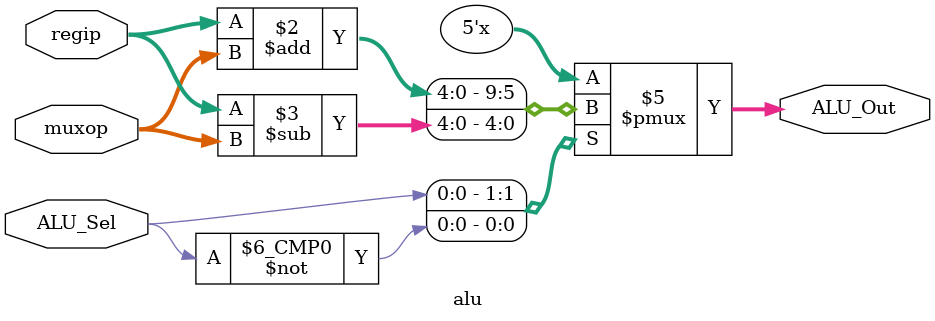
<source format=v>
`timescale 1ns / 1ps


module alu(
           input [4:0] regip,muxop,  // ALU 8-bit Inputs                 
           input  ALU_Sel,// ALU Selection
           output reg [4:0] ALU_Out // ALU 8-bit Output
    );
    reg [4:0] ALU_Result;
   // assign ALU_Out = ALU_Result; // ALU out
    always @(*)
    begin
        case(ALU_Sel)
        1'b1: // Addition
           ALU_Out = regip + muxop ; 
        1'b0: // Subtraction
           ALU_Out = regip - muxop ;
        default: ALU_Out = regip + muxop ; 
        endcase
    end

endmodule
</source>
